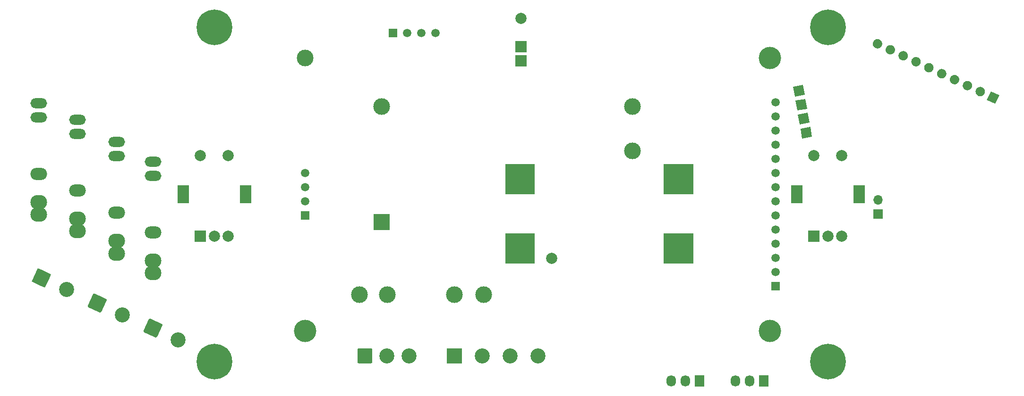
<source format=gbr>
G04 #@! TF.GenerationSoftware,KiCad,Pcbnew,5.1.9-73d0e3b20d~88~ubuntu20.04.1*
G04 #@! TF.CreationDate,2021-07-26T19:08:20+09:00*
G04 #@! TF.ProjectId,ESP32DUALDIAL,45535033-3244-4554-914c-4449414c2e6b,rev?*
G04 #@! TF.SameCoordinates,Original*
G04 #@! TF.FileFunction,Soldermask,Bot*
G04 #@! TF.FilePolarity,Negative*
%FSLAX46Y46*%
G04 Gerber Fmt 4.6, Leading zero omitted, Abs format (unit mm)*
G04 Created by KiCad (PCBNEW 5.1.9-73d0e3b20d~88~ubuntu20.04.1) date 2021-07-26 19:08:20*
%MOMM*%
%LPD*%
G01*
G04 APERTURE LIST*
%ADD10R,1.500000X1.500000*%
%ADD11C,1.500000*%
%ADD12C,4.000000*%
%ADD13C,3.000000*%
%ADD14R,2.000000X2.000000*%
%ADD15C,2.000000*%
%ADD16O,3.000000X2.600000*%
%ADD17O,3.000000X2.200000*%
%ADD18O,3.000000X1.800000*%
%ADD19R,3.000000X3.000000*%
%ADD20R,2.000000X3.200000*%
%ADD21C,0.100000*%
%ADD22C,6.400000*%
%ADD23R,2.700000X2.700000*%
%ADD24C,2.700000*%
%ADD25R,1.730000X2.030000*%
%ADD26O,1.730000X2.030000*%
%ADD27R,1.700000X1.700000*%
%ADD28O,1.700000X1.700000*%
G04 APERTURE END LIST*
D10*
X160600000Y-126501000D03*
D11*
X160600000Y-123961000D03*
X160600000Y-121421000D03*
X160600000Y-118881000D03*
X160600000Y-116341000D03*
X160600000Y-113801000D03*
X160600000Y-111261000D03*
X160600000Y-108721000D03*
X160600000Y-106181000D03*
D12*
X159600000Y-134500000D03*
X159600000Y-85500000D03*
X76300000Y-134500000D03*
D13*
X76300000Y-85500000D03*
D11*
X160600000Y-98561000D03*
X160600000Y-101101000D03*
X160600000Y-103641000D03*
X160600000Y-96021000D03*
X160600000Y-93481000D03*
X76300000Y-111261000D03*
D10*
X76300000Y-113801000D03*
D11*
X76300000Y-108721000D03*
X76300000Y-106181000D03*
D14*
X115000000Y-86000000D03*
D15*
X115000000Y-78400000D03*
D14*
X115000000Y-83500000D03*
D16*
X49000000Y-121880000D03*
D17*
X49000000Y-116800000D03*
D18*
X49000000Y-106640000D03*
X49000000Y-104100000D03*
D16*
X49000000Y-124100000D03*
X42500000Y-118380000D03*
D17*
X42500000Y-113300000D03*
D18*
X42500000Y-103140000D03*
X42500000Y-100600000D03*
D16*
X42500000Y-120600000D03*
X35500000Y-114380000D03*
D17*
X35500000Y-109300000D03*
D18*
X35500000Y-99140000D03*
X35500000Y-96600000D03*
D16*
X35500000Y-116600000D03*
X28500000Y-113600000D03*
D18*
X28500000Y-93600000D03*
X28500000Y-96140000D03*
D17*
X28500000Y-106300000D03*
D16*
X28500000Y-111380000D03*
D13*
X135000000Y-94200000D03*
X90000000Y-94200000D03*
X135000000Y-102200000D03*
D19*
X90000000Y-115000000D03*
D15*
X172500000Y-103000000D03*
X167500000Y-103000000D03*
D20*
X175600000Y-110000000D03*
X164400000Y-110000000D03*
D15*
X172500000Y-117500000D03*
X170000000Y-117500000D03*
D14*
X167500000Y-117500000D03*
X57500000Y-117500000D03*
D15*
X60000000Y-117500000D03*
X62500000Y-117500000D03*
D20*
X54400000Y-110000000D03*
X65600000Y-110000000D03*
D15*
X57500000Y-103000000D03*
X62500000Y-103000000D03*
D10*
X92000000Y-81000000D03*
D11*
X94540000Y-81000000D03*
X97080000Y-81000000D03*
X99620000Y-81000000D03*
G36*
G01*
X178526622Y-83721852D02*
X178526622Y-83721852D01*
G75*
G02*
X178115486Y-82592264I359226J770362D01*
G01*
X178115486Y-82592264D01*
G75*
G02*
X179245074Y-82181128I770362J-359226D01*
G01*
X179245074Y-82181128D01*
G75*
G02*
X179656210Y-83310716I-359226J-770362D01*
G01*
X179656210Y-83310716D01*
G75*
G02*
X178526622Y-83721852I-770362J359226D01*
G01*
G37*
G36*
G01*
X180828644Y-84795302D02*
X180828644Y-84795302D01*
G75*
G02*
X180417508Y-83665714I359226J770362D01*
G01*
X180417508Y-83665714D01*
G75*
G02*
X181547096Y-83254578I770362J-359226D01*
G01*
X181547096Y-83254578D01*
G75*
G02*
X181958232Y-84384166I-359226J-770362D01*
G01*
X181958232Y-84384166D01*
G75*
G02*
X180828644Y-84795302I-770362J359226D01*
G01*
G37*
G36*
G01*
X183130666Y-85868752D02*
X183130666Y-85868752D01*
G75*
G02*
X182719530Y-84739164I359226J770362D01*
G01*
X182719530Y-84739164D01*
G75*
G02*
X183849118Y-84328028I770362J-359226D01*
G01*
X183849118Y-84328028D01*
G75*
G02*
X184260254Y-85457616I-359226J-770362D01*
G01*
X184260254Y-85457616D01*
G75*
G02*
X183130666Y-85868752I-770362J359226D01*
G01*
G37*
G36*
G01*
X185432687Y-86942203D02*
X185432687Y-86942203D01*
G75*
G02*
X185021551Y-85812615I359226J770362D01*
G01*
X185021551Y-85812615D01*
G75*
G02*
X186151139Y-85401479I770362J-359226D01*
G01*
X186151139Y-85401479D01*
G75*
G02*
X186562275Y-86531067I-359226J-770362D01*
G01*
X186562275Y-86531067D01*
G75*
G02*
X185432687Y-86942203I-770362J359226D01*
G01*
G37*
G36*
G01*
X187734709Y-88015653D02*
X187734709Y-88015653D01*
G75*
G02*
X187323573Y-86886065I359226J770362D01*
G01*
X187323573Y-86886065D01*
G75*
G02*
X188453161Y-86474929I770362J-359226D01*
G01*
X188453161Y-86474929D01*
G75*
G02*
X188864297Y-87604517I-359226J-770362D01*
G01*
X188864297Y-87604517D01*
G75*
G02*
X187734709Y-88015653I-770362J359226D01*
G01*
G37*
G36*
G01*
X190036731Y-89089103D02*
X190036731Y-89089103D01*
G75*
G02*
X189625595Y-87959515I359226J770362D01*
G01*
X189625595Y-87959515D01*
G75*
G02*
X190755183Y-87548379I770362J-359226D01*
G01*
X190755183Y-87548379D01*
G75*
G02*
X191166319Y-88677967I-359226J-770362D01*
G01*
X191166319Y-88677967D01*
G75*
G02*
X190036731Y-89089103I-770362J359226D01*
G01*
G37*
G36*
G01*
X192338753Y-90162554D02*
X192338753Y-90162554D01*
G75*
G02*
X191927617Y-89032966I359226J770362D01*
G01*
X191927617Y-89032966D01*
G75*
G02*
X193057205Y-88621830I770362J-359226D01*
G01*
X193057205Y-88621830D01*
G75*
G02*
X193468341Y-89751418I-359226J-770362D01*
G01*
X193468341Y-89751418D01*
G75*
G02*
X192338753Y-90162554I-770362J359226D01*
G01*
G37*
G36*
G01*
X194640774Y-91236004D02*
X194640774Y-91236004D01*
G75*
G02*
X194229638Y-90106416I359226J770362D01*
G01*
X194229638Y-90106416D01*
G75*
G02*
X195359226Y-89695280I770362J-359226D01*
G01*
X195359226Y-89695280D01*
G75*
G02*
X195770362Y-90824868I-359226J-770362D01*
G01*
X195770362Y-90824868D01*
G75*
G02*
X194640774Y-91236004I-770362J359226D01*
G01*
G37*
G36*
G01*
X196942796Y-92309455D02*
X196942796Y-92309455D01*
G75*
G02*
X196531660Y-91179867I359226J770362D01*
G01*
X196531660Y-91179867D01*
G75*
G02*
X197661248Y-90768731I770362J-359226D01*
G01*
X197661248Y-90768731D01*
G75*
G02*
X198072384Y-91898319I-359226J-770362D01*
G01*
X198072384Y-91898319D01*
G75*
G02*
X196942796Y-92309455I-770362J359226D01*
G01*
G37*
D21*
G36*
X200015180Y-93742130D02*
G01*
X198474457Y-93023679D01*
X199192908Y-91482956D01*
X200733631Y-92201407D01*
X200015180Y-93742130D01*
G37*
D22*
X60000000Y-140000000D03*
X170000000Y-80000000D03*
X170000000Y-140000000D03*
X60000000Y-80000000D03*
D21*
G36*
X166836703Y-97853240D02*
G01*
X167149269Y-99625894D01*
X165376615Y-99938460D01*
X165064049Y-98165806D01*
X166836703Y-97853240D01*
G37*
G36*
X166395636Y-95351828D02*
G01*
X166708202Y-97124482D01*
X164935548Y-97437048D01*
X164622982Y-95664394D01*
X166395636Y-95351828D01*
G37*
G36*
X165954570Y-92850416D02*
G01*
X166267136Y-94623070D01*
X164494482Y-94935636D01*
X164181916Y-93162982D01*
X165954570Y-92850416D01*
G37*
G36*
X165513504Y-90349005D02*
G01*
X165826070Y-92121659D01*
X164053416Y-92434225D01*
X163740850Y-90661571D01*
X165513504Y-90349005D01*
G37*
D13*
X86000000Y-128000000D03*
X108300000Y-128000000D03*
X91000000Y-128000000D03*
X103000000Y-128000000D03*
D23*
X103000000Y-139000000D03*
D24*
X108000000Y-139000000D03*
X113000000Y-139000000D03*
X118000000Y-139000000D03*
G36*
G01*
X85650000Y-140099999D02*
X85650000Y-137900001D01*
G75*
G02*
X85900001Y-137650000I250001J0D01*
G01*
X88099999Y-137650000D01*
G75*
G02*
X88350000Y-137900001I0J-250001D01*
G01*
X88350000Y-140099999D01*
G75*
G02*
X88099999Y-140350000I-250001J0D01*
G01*
X85900001Y-140350000D01*
G75*
G02*
X85650000Y-140099999I0J250001D01*
G01*
G37*
X90960000Y-139000000D03*
X94920000Y-139000000D03*
G36*
G01*
X47311605Y-134426403D02*
X48241364Y-132432528D01*
G75*
G02*
X48573597Y-132311605I226578J-105655D01*
G01*
X50567472Y-133241364D01*
G75*
G02*
X50688395Y-133573597I-105655J-226578D01*
G01*
X49758636Y-135567472D01*
G75*
G02*
X49426403Y-135688395I-226578J105655D01*
G01*
X47432528Y-134758636D01*
G75*
G02*
X47311605Y-134426403I105655J226578D01*
G01*
G37*
X53531539Y-136113091D03*
G36*
G01*
X37311605Y-129926403D02*
X38241364Y-127932528D01*
G75*
G02*
X38573597Y-127811605I226578J-105655D01*
G01*
X40567472Y-128741364D01*
G75*
G02*
X40688395Y-129073597I-105655J-226578D01*
G01*
X39758636Y-131067472D01*
G75*
G02*
X39426403Y-131188395I-226578J105655D01*
G01*
X37432528Y-130258636D01*
G75*
G02*
X37311605Y-129926403I105655J226578D01*
G01*
G37*
X43531539Y-131613091D03*
G36*
G01*
X27311605Y-125426403D02*
X28241364Y-123432528D01*
G75*
G02*
X28573597Y-123311605I226578J-105655D01*
G01*
X30567472Y-124241364D01*
G75*
G02*
X30688395Y-124573597I-105655J-226578D01*
G01*
X29758636Y-126567472D01*
G75*
G02*
X29426403Y-126688395I-226578J105655D01*
G01*
X27432528Y-125758636D01*
G75*
G02*
X27311605Y-125426403I105655J226578D01*
G01*
G37*
X33531539Y-127113091D03*
D19*
X116000000Y-108540000D03*
X116000000Y-106000000D03*
X113600000Y-108540000D03*
X113600000Y-106000000D03*
X144400000Y-108540000D03*
X142000000Y-108540000D03*
X144400000Y-106000000D03*
X142000000Y-106000000D03*
X144400000Y-118460000D03*
X113600000Y-121000000D03*
X144400000Y-121000000D03*
X142000000Y-121000000D03*
X142000000Y-118460000D03*
X113600000Y-118460000D03*
X116000000Y-121000000D03*
X116000000Y-118460000D03*
D15*
X120500000Y-121500000D03*
D25*
X158500000Y-143500000D03*
D26*
X155960000Y-143500000D03*
X153420000Y-143500000D03*
X141920000Y-143500000D03*
X144460000Y-143500000D03*
D25*
X147000000Y-143500000D03*
D27*
X179000000Y-113500000D03*
D28*
X179000000Y-110960000D03*
M02*

</source>
